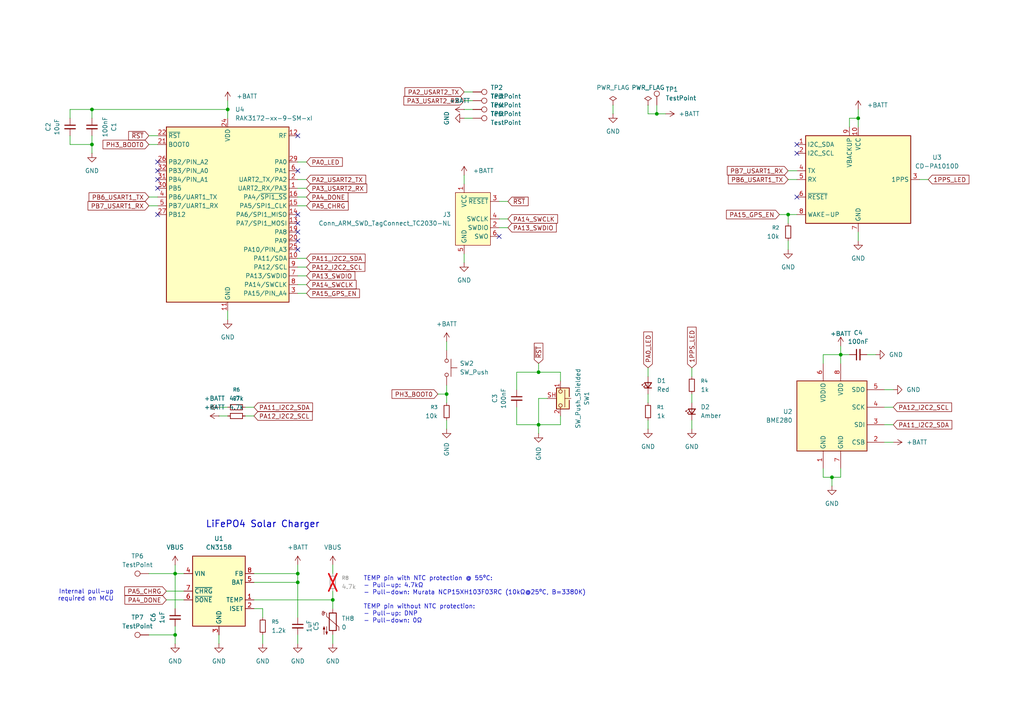
<source format=kicad_sch>
(kicad_sch (version 20250114) (generator "eeschema") (generator_version "9.0")
  (paper "A4")
  (lib_symbols
    (symbol "Battery_Management:CN3158"
      (property "Reference" "U" (at -6.604 11.684 0))
      (property "Value" "CN3158" (at 4.064 11.684 0))
      (symbol "CN3158_0_1"
        (rectangle (start -7.62 10.16) (end 7.62 -10.16) (stroke (width 0.254)) (fill (type background)))
      )
      (symbol "CN3158_1_1"
        (pin power_in line (at -10.16 5.08 0) (length 2.54) (name "VIN") (number "4"))
        (pin open_collector line (at -10.16 0 0) (length 2.54) (name "~{CHRG}") (number "7"))
        (pin open_collector line (at -10.16 -2.54 0) (length 2.54) (name "~{DONE}") (number "6"))
        (pin power_in line (at 0 -12.7 90) (length 2.54) (name "GND") (number "3"))
        (pin passive line (at 0 -12.7 90) (length 2.54) (hide yes) (name "GND") (number "9"))
        (pin input line (at 10.16 5.08 180) (length 2.54) (name "FB") (number "8"))
        (pin power_out line (at 10.16 2.54 180) (length 2.54) (name "BAT") (number "5"))
        (pin input line (at 10.16 -2.54 180) (length 2.54) (name "TEMP") (number "1"))
        (pin input line (at 10.16 -5.08 180) (length 2.54) (name "ISET") (number "2"))
      )
    )
    (symbol "Connector:Conn_ARM_SWD_TagConnect_TC2030-NL" (in_bom no)
      (property "Reference" "J" (at 2.54 11.43 0))
      (property "Value" "Conn_ARM_SWD_TagConnect_TC2030-NL" (at 2.54 8.89 0))
      (symbol "Conn_ARM_SWD_TagConnect_TC2030-NL_0_0"
        (pin power_in line (at -2.54 10.16 270) (length 2.54) (name "VCC") (number "1"))
        (pin power_in line (at -2.54 -10.16 90) (length 2.54) (name "GND") (number "5"))
        (pin open_collector line (at 7.62 5.08 180) (length 2.54) (name "~{RESET}") (number "3"))
        (pin output line (at 7.62 0 180) (length 2.54) (name "SWCLK") (number "4"))
        (pin bidirectional line (at 7.62 -2.54 180) (length 2.54) (name "SWDIO") (number "2"))
        (pin input line (at 7.62 -5.08 180) (length 2.54) (name "SWO") (number "6"))
      )
      (symbol "Conn_ARM_SWD_TagConnect_TC2030-NL_0_1"
        (rectangle (start -5.08 7.62) (end 5.08 -7.62) (fill (type background)))
      )
    )
    (symbol "Connector:TestPoint" (pin_numbers (hide yes)) (pin_names (offset 0.762) (hide yes))
      (property "Reference" "TP" (at 0 6.858 0))
      (property "Value" "TestPoint" (at 0 5.08 0))
      (symbol "TestPoint_0_1"
        (circle (center 0 3.302) (radius 0.762))
      )
      (symbol "TestPoint_1_1"
        (pin passive line (at 0 0 90) (length 2.54) (name "1") (number "1"))
      )
    )
    (symbol "Device:C_Small" (pin_numbers (hide yes)) (pin_names (offset 0.254) (hide yes))
      (property "Reference" "C" (at 0.254 1.778 0))
      (property "Value" "C_Small" (at 0.254 -2.032 0))
      (symbol "C_Small_0_1"
        (polyline (pts (xy -1.524 0.508) (xy 1.524 0.508)) (stroke (width 0.3048)))
        (polyline (pts (xy -1.524 -0.508) (xy 1.524 -0.508)) (stroke (width 0.3302)))
      )
      (symbol "C_Small_1_1"
        (pin passive line (at 0 2.54 270) (length 2.032) (name "~") (number "1"))
        (pin passive line (at 0 -2.54 90) (length 2.032) (name "~") (number "2"))
      )
    )
    (symbol "Device:LED_Small" (pin_numbers (hide yes)) (pin_names (offset 0.254) (hide yes))
      (property "Reference" "D" (at -1.27 3.175 0))
      (property "Value" "LED_Small" (at -4.445 -2.54 0))
      (symbol "LED_Small_0_1"
        (polyline (pts (xy -0.762 -1.016) (xy -0.762 1.016)) (stroke (width 0.254)))
        (polyline (pts (xy 0 0.762) (xy -0.508 1.27) (xy -0.254 1.27) (xy -0.508 1.27) (xy -0.508 1.016)))
        (polyline (pts (xy 0.508 1.27) (xy 0 1.778) (xy 0.254 1.778) (xy 0 1.778) (xy 0 1.524)))
        (polyline (pts (xy 0.762 -1.016) (xy -0.762 0) (xy 0.762 1.016) (xy 0.762 -1.016)) (stroke (width 0.254)))
        (polyline (pts (xy 1.016 0) (xy -0.762 0)))
      )
      (symbol "LED_Small_1_1"
        (pin passive line (at -2.54 0 0) (length 1.778) (name "K") (number "1"))
        (pin passive line (at 2.54 0 180) (length 1.778) (name "A") (number "2"))
      )
    )
    (symbol "Device:R_Small" (pin_numbers (hide yes)) (pin_names (offset 0.254) (hide yes))
      (property "Reference" "R" (at 0 0 90))
      (property "Value" "R_Small" (at 1.778 0 90))
      (symbol "R_Small_0_1"
        (rectangle (start -0.762 1.778) (end 0.762 -1.778) (stroke (width 0.2032)))
      )
      (symbol "R_Small_1_1"
        (pin passive line (at 0 2.54 270) (length 0.762) (name "~") (number "1"))
        (pin passive line (at 0 -2.54 90) (length 0.762) (name "~") (number "2"))
      )
    )
    (symbol "Device:Thermistor_NTC" (pin_numbers (hide yes)) (pin_names (offset 0))
      (property "Reference" "TH" (at -4.445 0 90))
      (property "Value" "Thermistor_NTC" (at 3.175 0 90))
      (symbol "Thermistor_NTC_0_1"
        (arc (start -3.175 2.413) (mid -3.0506 2.3165) (end -3.048 2.159))
        (arc (start -3.048 2.794) (mid -2.9736 2.9736) (end -2.794 3.048))
        (arc (start -2.794 3.048) (mid -2.6144 2.9736) (end -2.54 2.794))
        (arc (start -2.794 2.54) (mid -2.9736 2.6144) (end -3.048 2.794))
        (arc (start -2.794 1.905) (mid -2.9736 1.9794) (end -3.048 2.159))
        (arc (start -2.54 2.159) (mid -2.6144 1.9794) (end -2.794 1.905))
        (arc (start -2.159 2.794) (mid -2.434 2.5608) (end -2.794 2.54))
        (polyline (pts (xy -2.54 2.159) (xy -2.54 2.794)))
        (polyline (pts (xy -2.54 -3.683) (xy -2.54 -1.397) (xy -2.794 -2.159) (xy -2.286 -2.159) (xy -2.54 -1.397) (xy -2.54 -1.651)) (fill (type outline)))
        (polyline (pts (xy -1.778 2.54) (xy -1.778 1.524) (xy 1.778 -1.524) (xy 1.778 -2.54)))
        (polyline (pts (xy -1.778 -1.397) (xy -1.778 -3.683) (xy -2.032 -2.921) (xy -1.524 -2.921) (xy -1.778 -3.683) (xy -1.778 -3.429)) (fill (type outline)))
        (rectangle (start -1.016 2.54) (end 1.016 -2.54) (stroke (width 0.254)))
      )
      (symbol "Thermistor_NTC_1_1"
        (pin passive line (at 0 3.81 270) (length 1.27) (name "~") (number "1"))
        (pin passive line (at 0 -3.81 90) (length 1.27) (name "~") (number "2"))
      )
    )
    (symbol "RF_GPS:CD-PA1010D"
      (property "Reference" "U" (at -13.97 13.97 0))
      (property "Value" "CD-PA1010D" (at 8.89 13.97 0))
      (symbol "CD-PA1010D_0_1"
        (rectangle (start -15.24 12.7) (end 15.24 -12.7) (stroke (width 0.254)) (fill (type background)))
      )
      (symbol "CD-PA1010D_1_1"
        (pin bidirectional line (at -17.78 10.16 0) (length 2.54) (name "I2C_SDA") (number "1"))
        (pin input line (at -17.78 7.62 0) (length 2.54) (name "I2C_SCL") (number "2"))
        (pin output line (at -17.78 2.54 0) (length 2.54) (name "TX") (number "4"))
        (pin input line (at -17.78 0 0) (length 2.54) (name "RX") (number "5"))
        (pin input line (at -17.78 -5.08 0) (length 2.54) (name "~{RESET}") (number "6"))
        (pin input line (at -17.78 -10.16 0) (length 2.54) (name "WAKE-UP") (number "8"))
        (pin power_in line (at -2.54 15.24 270) (length 2.54) (name "VBACKUP") (number "9"))
        (pin power_in line (at 0 15.24 270) (length 2.54) (name "VCC") (number "10"))
        (pin power_in line (at 0 -15.24 90) (length 2.54) (name "GND") (number "7"))
        (pin output line (at 17.78 0 180) (length 2.54) (name "1PPS") (number "3"))
      )
    )
    (symbol "RF_Module:RAK3172-xx-9-SM-xI"
      (property "Reference" "U" (at -20.32 26.162 0))
      (property "Value" "RAK3172-xx-9-SM-xI" (at 20.32 26.162 0))
      (symbol "RAK3172-xx-9-SM-xI_0_0"
        (pin input line (at -20.32 20.32 0) (length 2.54) (name "BOOT0") (number "21"))
        (pin bidirectional line (at -20.32 7.62 0) (length 2.54) (name "PB5") (number "30"))
        (pin bidirectional line (at -20.32 0 0) (length 2.54) (name "PB12") (number "27"))
        (pin bidirectional line (at 20.32 15.24 180) (length 2.54) (name "PA0") (number "29"))
        (pin bidirectional line (at 20.32 12.7 180) (length 2.54) (name "PA1") (number "6"))
        (pin bidirectional line (at 20.32 10.16 180) (length 2.54) (name "UART2_TX/PA2") (number "2"))
        (pin bidirectional line (at 20.32 7.62 180) (length 2.54) (name "UART2_RX/PA3") (number "1"))
        (pin bidirectional line (at 20.32 -5.08 180) (length 2.54) (name "PA8") (number "19"))
        (pin bidirectional line (at 20.32 -7.62 180) (length 2.54) (name "PA9") (number "20"))
      )
      (symbol "RAK3172-xx-9-SM-xI_1_0"
        (rectangle (start -17.78 25.4) (end 17.78 -25.4) (stroke (width 0.254)) (fill (type background)))
        (pin passive line (at -20.32 22.86 0) (length 2.54) (name "~{RST}") (number "22"))
        (pin bidirectional line (at -20.32 15.24 0) (length 2.54) (name "PB2/PIN_A2") (number "26"))
        (pin bidirectional line (at -20.32 12.7 0) (length 2.54) (name "PB3/PIN_A0") (number "32"))
        (pin bidirectional line (at -20.32 10.16 0) (length 2.54) (name "PB4/PIN_A1") (number "31"))
        (pin bidirectional line (at -20.32 5.08 0) (length 2.54) (name "PB6/UART1_TX") (number "4"))
        (pin bidirectional line (at -20.32 2.54 0) (length 2.54) (name "PB7/UART1_RX") (number "5"))
        (pin power_in line (at 0 27.94 270) (length 2.54) (name "VDD") (number "24"))
        (pin power_in line (at 0 -27.94 90) (length 2.54) (name "GND") (number "11"))
        (pin passive line (at 0 -27.94 90) (length 2.54) (hide yes) (name "GND") (number "17"))
        (pin passive line (at 0 -27.94 90) (length 2.54) (hide yes) (name "GND") (number "18"))
        (pin passive line (at 0 -27.94 90) (length 2.54) (hide yes) (name "GND") (number "23"))
        (pin passive line (at 0 -27.94 90) (length 2.54) (hide yes) (name "GND") (number "28"))
        (pin passive line (at 20.32 22.86 180) (length 2.54) (name "RF") (number "12"))
        (pin bidirectional line (at 20.32 5.08 180) (length 2.54) (name "PA4/~{SPI1_SS}") (number "16"))
        (pin bidirectional line (at 20.32 2.54 180) (length 2.54) (name "PA5/SPI1_CLK") (number "15"))
        (pin bidirectional line (at 20.32 0 180) (length 2.54) (name "PA6/SPI1_MISO") (number "14"))
        (pin bidirectional line (at 20.32 -2.54 180) (length 2.54) (name "PA7/SPI1_MOSI") (number "13"))
        (pin bidirectional line (at 20.32 -10.16 180) (length 2.54) (name "PA10/PIN_A3") (number "25"))
        (pin bidirectional line (at 20.32 -12.7 180) (length 2.54) (name "PA11/SDA") (number "10"))
        (pin bidirectional line (at 20.32 -15.24 180) (length 2.54) (name "PA12/SCL") (number "9"))
        (pin bidirectional line (at 20.32 -17.78 180) (length 2.54) (name "PA13/SWDIO") (number "7"))
        (pin bidirectional line (at 20.32 -20.32 180) (length 2.54) (name "PA14/SWCLK") (number "8"))
        (pin bidirectional line (at 20.32 -22.86 180) (length 2.54) (name "PA15/PIN_A4") (number "3"))
      )
    )
    (symbol "Sensor:BME280"
      (property "Reference" "U" (at -8.89 11.43 0))
      (property "Value" "BME280" (at 7.62 11.43 0))
      (symbol "BME280_0_1"
        (rectangle (start -10.16 10.16) (end 10.16 -10.16) (stroke (width 0.254)) (fill (type background)))
      )
      (symbol "BME280_1_1"
        (pin power_in line (at -2.54 15.24 270) (length 5.08) (name "VDDIO") (number "6"))
        (pin power_in line (at -2.54 -15.24 90) (length 5.08) (name "GND") (number "1"))
        (pin power_in line (at 2.54 15.24 270) (length 5.08) (name "VDD") (number "8"))
        (pin power_in line (at 2.54 -15.24 90) (length 5.08) (name "GND") (number "7"))
        (pin bidirectional line (at 15.24 7.62 180) (length 5.08) (name "SDO") (number "5"))
        (pin input line (at 15.24 2.54 180) (length 5.08) (name "SCK") (number "4"))
        (pin bidirectional line (at 15.24 -2.54 180) (length 5.08) (name "SDI") (number "3"))
        (pin input line (at 15.24 -7.62 180) (length 5.08) (name "CSB") (number "2"))
      )
    )
    (symbol "Switch:SW_Push" (pin_numbers (hide yes)) (pin_names (offset 1.016) (hide yes))
      (property "Reference" "SW" (at 1.27 2.54 0))
      (property "Value" "SW_Push" (at 0 -1.524 0))
      (symbol "SW_Push_0_1"
        (circle (center -2.032 0) (radius 0.508))
        (polyline (pts (xy 0 1.27) (xy 0 3.048)))
        (circle (center 2.032 0) (radius 0.508))
        (polyline (pts (xy 2.54 1.27) (xy -2.54 1.27)))
        (pin passive line (at -5.08 0 0) (length 2.54) (name "1") (number "1"))
        (pin passive line (at 5.08 0 180) (length 2.54) (name "2") (number "2"))
      )
    )
    (symbol "Switch:SW_Push_Shielded" (pin_names (offset 1.016) (hide yes))
      (property "Reference" "SW" (at 4.318 2.032 0))
      (property "Value" "SW_Push_Shielded" (at 0 4.572 0))
      (symbol "SW_Push_Shielded_0_1"
        (circle (center -2.032 0) (radius 0.508))
        (polyline (pts (xy 0 1.27) (xy 0 3.048)))
        (polyline (pts (xy 0.508 2.54) (xy 3.048 2.54) (xy 3.048 -1.143) (xy -3.048 -1.143) (xy -3.048 2.54) (xy -0.508 2.54)) (stroke (width -0.0254)))
        (polyline (pts (xy 0.508 2.54) (xy 3.048 2.54) (xy 3.048 -1.143) (xy -3.048 -1.143) (xy -3.048 2.54) (xy -0.508 2.54)) (stroke (width 0.254)))
        (circle (center 2.032 0) (radius 0.508))
        (polyline (pts (xy 2.54 1.27) (xy -2.54 1.27)))
        (pin passive line (at -5.08 0 0) (length 2.54) (name "1") (number "1"))
        (pin passive line (at 5.08 0 180) (length 2.54) (name "2") (number "2"))
      )
      (symbol "SW_Push_Shielded_1_1"
        (rectangle (start -3.048 2.54) (end 3.048 -1.27) (stroke (width -0.0254)) (fill (type background)))
        (pin passive line (at 0 -3.81 90) (length 2.54) (name "B") (number "SH"))
      )
    )
    (symbol "power:+BATT" (power) (pin_numbers (hide yes)) (pin_names (offset 0) (hide yes))
      (property "Value" "+BATT" (at 0 3.556 0))
      (symbol "+BATT_0_1"
        (polyline (pts (xy -0.762 1.27) (xy 0 2.54)))
        (polyline (pts (xy 0 2.54) (xy 0.762 1.27)))
        (polyline (pts (xy 0 0) (xy 0 2.54)))
      )
      (symbol "+BATT_1_1"
        (pin power_in line (at 0 0 90) (length 0) (name "~") (number "1"))
      )
    )
    (symbol "power:GND" (power) (pin_numbers (hide yes)) (pin_names (offset 0) (hide yes))
      (property "Value" "GND" (at 0 -3.81 0))
      (symbol "GND_0_1"
        (polyline (pts (xy 0 0) (xy 0 -1.27) (xy 1.27 -1.27) (xy 0 -2.54) (xy -1.27 -1.27) (xy 0 -1.27)))
      )
      (symbol "GND_1_1"
        (pin power_in line (at 0 0 270) (length 0) (name "~") (number "1"))
      )
    )
    (symbol "power:PWR_FLAG" (power) (pin_numbers (hide yes)) (pin_names (offset 0) (hide yes))
      (property "Value" "PWR_FLAG" (at 0 3.81 0))
      (symbol "PWR_FLAG_0_0"
        (pin power_out line (at 0 0 90) (length 0) (name "~") (number "1"))
      )
      (symbol "PWR_FLAG_0_1"
        (polyline (pts (xy 0 0) (xy 0 1.27) (xy -1.016 1.905) (xy 0 2.54) (xy 1.016 1.905) (xy 0 1.27)))
      )
    )
    (symbol "power:VBUS" (power) (pin_numbers (hide yes)) (pin_names (offset 0) (hide yes))
      (property "Value" "VBUS" (at 0 3.556 0))
      (symbol "VBUS_0_1"
        (polyline (pts (xy -0.762 1.27) (xy 0 2.54)))
        (polyline (pts (xy 0 2.54) (xy 0.762 1.27)))
        (polyline (pts (xy 0 0) (xy 0 2.54)))
      )
      (symbol "VBUS_1_1"
        (pin power_in line (at 0 0 90) (length 0) (name "~") (number "1"))
      )
    )
  )
  (text "Internal pull-up\nrequired on MCU" (at 33.02 172.72 0) (effects (font (size 1.27 1.27)) (justify right)))
  (text "LiFePO4 Solar Charger" (at 76.2 152.146 0) (effects (font (size 1.905 1.905) (thickness 0.254) (bold yes))))
  (text "TEMP pin with NTC protection @ 55ºC:\n- Pull-up: 4.7kΩ\n- Pull-down: Murata NCP15XH103F03RC (10kΩ@25ºC, B=3380K)\n\nTEMP pin without NTC protection:\n- Pull-up: DNP\n- Pull-down: 0Ω" (at 105.41 173.99 0) (effects (font (size 1.27 1.27)) (justify left)))
  (junction (at 156.21 107.95))
  (junction (at 50.8 166.37))
  (junction (at 241.3 138.43))
  (junction (at 86.36 168.91))
  (junction (at 26.67 41.91))
  (junction (at 86.36 166.37))
  (junction (at 66.04 31.75))
  (junction (at 96.52 173.99))
  (junction (at 228.6 62.23))
  (junction (at 26.67 31.75))
  (junction (at 50.8 184.15))
  (junction (at 248.92 34.29))
  (junction (at 156.21 123.19))
  (junction (at 129.54 114.3))
  (junction (at 190.5 33.02))
  (junction (at 243.84 102.87))
  (no_connect (at 86.36 72.39))
  (no_connect (at 231.14 41.91))
  (no_connect (at 86.36 49.53))
  (no_connect (at 86.36 62.23))
  (no_connect (at 45.72 46.99))
  (no_connect (at 45.72 49.53))
  (no_connect (at 45.72 52.07))
  (no_connect (at 45.72 54.61))
  (no_connect (at 86.36 64.77))
  (no_connect (at 86.36 39.37))
  (no_connect (at 86.36 69.85))
  (no_connect (at 86.36 67.31))
  (no_connect (at 144.78 68.58))
  (no_connect (at 231.14 44.45))
  (no_connect (at 45.72 62.23))
  (no_connect (at 231.14 57.15))
  (wire (pts (xy 248.92 67.31) (xy 248.92 69.85)))
  (wire (pts (xy 88.9 85.09) (xy 86.36 85.09)))
  (wire (pts (xy 248.92 31.75) (xy 248.92 34.29)))
  (wire (pts (xy 256.54 113.03) (xy 259.08 113.03)))
  (wire (pts (xy 73.66 120.65) (xy 71.12 120.65)))
  (wire (pts (xy 43.18 184.15) (xy 50.8 184.15)))
  (wire (pts (xy 73.66 168.91) (xy 86.36 168.91)))
  (wire (pts (xy 200.66 106.68) (xy 200.66 109.22)))
  (wire (pts (xy 86.36 46.99) (xy 88.9 46.99)))
  (wire (pts (xy 73.66 176.53) (xy 76.2 176.53)))
  (wire (pts (xy 86.36 186.69) (xy 86.36 184.15)))
  (wire (pts (xy 187.96 30.48) (xy 187.96 33.02)))
  (wire (pts (xy 156.21 123.19) (xy 156.21 125.73)))
  (wire (pts (xy 76.2 184.15) (xy 76.2 186.69)))
  (wire (pts (xy 246.38 36.83) (xy 246.38 34.29)))
  (wire (pts (xy 200.66 114.3) (xy 200.66 116.84)))
  (wire (pts (xy 96.52 171.45) (xy 96.52 173.99)))
  (wire (pts (xy 190.5 33.02) (xy 193.04 33.02)))
  (wire (pts (xy 96.52 163.83) (xy 96.52 166.37)))
  (wire (pts (xy 129.54 124.46) (xy 129.54 121.92)))
  (wire (pts (xy 129.54 111.76) (xy 129.54 114.3)))
  (wire (pts (xy 158.75 115.57) (xy 156.21 115.57)))
  (wire (pts (xy 26.67 31.75) (xy 26.67 34.29)))
  (wire (pts (xy 20.32 31.75) (xy 26.67 31.75)))
  (wire (pts (xy 53.34 166.37) (xy 50.8 166.37)))
  (wire (pts (xy 129.54 99.06) (xy 129.54 101.6)))
  (wire (pts (xy 26.67 44.45) (xy 26.67 41.91)))
  (wire (pts (xy 243.84 102.87) (xy 238.76 102.87)))
  (wire (pts (xy 228.6 62.23) (xy 228.6 64.77)))
  (wire (pts (xy 86.36 54.61) (xy 88.9 54.61)))
  (wire (pts (xy 20.32 39.37) (xy 20.32 41.91)))
  (wire (pts (xy 88.9 77.47) (xy 86.36 77.47)))
  (wire (pts (xy 134.62 34.29) (xy 137.16 34.29)))
  (wire (pts (xy 86.36 59.69) (xy 88.9 59.69)))
  (wire (pts (xy 43.18 166.37) (xy 50.8 166.37)))
  (wire (pts (xy 43.18 59.69) (xy 45.72 59.69)))
  (wire (pts (xy 96.52 184.15) (xy 96.52 186.69)))
  (wire (pts (xy 88.9 82.55) (xy 86.36 82.55)))
  (wire (pts (xy 187.96 121.92) (xy 187.96 124.46)))
  (wire (pts (xy 147.32 58.42) (xy 144.78 58.42)))
  (wire (pts (xy 228.6 62.23) (xy 231.14 62.23)))
  (wire (pts (xy 246.38 34.29) (xy 248.92 34.29)))
  (wire (pts (xy 162.56 107.95) (xy 162.56 110.49)))
  (wire (pts (xy 86.36 57.15) (xy 88.9 57.15)))
  (wire (pts (xy 228.6 69.85) (xy 228.6 72.39)))
  (wire (pts (xy 86.36 163.83) (xy 86.36 166.37)))
  (wire (pts (xy 50.8 184.15) (xy 50.8 186.69)))
  (wire (pts (xy 238.76 138.43) (xy 241.3 138.43)))
  (wire (pts (xy 238.76 135.89) (xy 238.76 138.43)))
  (wire (pts (xy 88.9 80.01) (xy 86.36 80.01)))
  (wire (pts (xy 241.3 138.43) (xy 241.3 140.97)))
  (wire (pts (xy 187.96 106.68) (xy 187.96 109.22)))
  (wire (pts (xy 149.86 123.19) (xy 156.21 123.19)))
  (wire (pts (xy 26.67 41.91) (xy 26.67 39.37)))
  (wire (pts (xy 86.36 168.91) (xy 86.36 166.37)))
  (wire (pts (xy 66.04 92.71) (xy 66.04 90.17)))
  (wire (pts (xy 134.62 50.8) (xy 134.62 53.34)))
  (wire (pts (xy 63.5 118.11) (xy 66.04 118.11)))
  (wire (pts (xy 187.96 33.02) (xy 190.5 33.02)))
  (wire (pts (xy 241.3 138.43) (xy 243.84 138.43)))
  (wire (pts (xy 156.21 123.19) (xy 162.56 123.19)))
  (wire (pts (xy 243.84 102.87) (xy 243.84 105.41)))
  (wire (pts (xy 266.7 52.07) (xy 269.24 52.07)))
  (wire (pts (xy 20.32 34.29) (xy 20.32 31.75)))
  (wire (pts (xy 243.84 100.33) (xy 243.84 102.87)))
  (wire (pts (xy 26.67 31.75) (xy 66.04 31.75)))
  (wire (pts (xy 76.2 176.53) (xy 76.2 179.07)))
  (wire (pts (xy 251.46 102.87) (xy 254 102.87)))
  (wire (pts (xy 134.62 26.67) (xy 137.16 26.67)))
  (wire (pts (xy 50.8 166.37) (xy 50.8 176.53)))
  (wire (pts (xy 134.62 31.75) (xy 137.16 31.75)))
  (wire (pts (xy 200.66 121.92) (xy 200.66 124.46)))
  (wire (pts (xy 127 114.3) (xy 129.54 114.3)))
  (wire (pts (xy 48.26 171.45) (xy 53.34 171.45)))
  (wire (pts (xy 156.21 115.57) (xy 156.21 123.19)))
  (wire (pts (xy 43.18 39.37) (xy 45.72 39.37)))
  (wire (pts (xy 73.66 166.37) (xy 86.36 166.37)))
  (wire (pts (xy 129.54 116.84) (xy 129.54 114.3)))
  (wire (pts (xy 149.86 107.95) (xy 156.21 107.95)))
  (wire (pts (xy 50.8 184.15) (xy 50.8 181.61)))
  (wire (pts (xy 20.32 41.91) (xy 26.67 41.91)))
  (wire (pts (xy 63.5 186.69) (xy 63.5 184.15)))
  (wire (pts (xy 190.5 33.02) (xy 190.5 30.48)))
  (wire (pts (xy 256.54 128.27) (xy 259.08 128.27)))
  (wire (pts (xy 48.26 173.99) (xy 53.34 173.99)))
  (wire (pts (xy 238.76 102.87) (xy 238.76 105.41)))
  (wire (pts (xy 73.66 118.11) (xy 71.12 118.11)))
  (wire (pts (xy 86.36 74.93) (xy 88.9 74.93)))
  (wire (pts (xy 248.92 34.29) (xy 248.92 36.83)))
  (wire (pts (xy 243.84 138.43) (xy 243.84 135.89)))
  (wire (pts (xy 134.62 73.66) (xy 134.62 76.2)))
  (wire (pts (xy 50.8 163.83) (xy 50.8 166.37)))
  (wire (pts (xy 162.56 120.65) (xy 162.56 123.19)))
  (wire (pts (xy 177.8 30.48) (xy 177.8 33.02)))
  (wire (pts (xy 149.86 118.11) (xy 149.86 123.19)))
  (wire (pts (xy 147.32 66.04) (xy 144.78 66.04)))
  (wire (pts (xy 66.04 31.75) (xy 66.04 34.29)))
  (wire (pts (xy 86.36 52.07) (xy 88.9 52.07)))
  (wire (pts (xy 156.21 107.95) (xy 162.56 107.95)))
  (wire (pts (xy 149.86 113.03) (xy 149.86 107.95)))
  (wire (pts (xy 43.18 57.15) (xy 45.72 57.15)))
  (wire (pts (xy 256.54 118.11) (xy 259.08 118.11)))
  (wire (pts (xy 228.6 49.53) (xy 231.14 49.53)))
  (wire (pts (xy 256.54 123.19) (xy 259.08 123.19)))
  (wire (pts (xy 73.66 173.99) (xy 96.52 173.99)))
  (wire (pts (xy 66.04 29.21) (xy 66.04 31.75)))
  (wire (pts (xy 43.18 41.91) (xy 45.72 41.91)))
  (wire (pts (xy 187.96 114.3) (xy 187.96 116.84)))
  (wire (pts (xy 96.52 173.99) (xy 96.52 176.53)))
  (wire (pts (xy 228.6 52.07) (xy 231.14 52.07)))
  (wire (pts (xy 86.36 168.91) (xy 86.36 179.07)))
  (wire (pts (xy 243.84 102.87) (xy 246.38 102.87)))
  (wire (pts (xy 226.06 62.23) (xy 228.6 62.23)))
  (wire (pts (xy 147.32 63.5) (xy 144.78 63.5)))
  (wire (pts (xy 156.21 105.41) (xy 156.21 107.95)))
  (wire (pts (xy 63.5 120.65) (xy 66.04 120.65)))
  (wire (pts (xy 134.62 29.21) (xy 137.16 29.21)))
  (global_label "PA5_CHRG" (shape input) (at 88.9 59.69 0) (property "Intersheetrefs" "${INTERSHEET_REFS}" (effects (hide yes))))
  (global_label "PA0_LED" (shape input) (at 187.96 106.68 90) (property "Intersheetrefs" "${INTERSHEET_REFS}" (effects (hide yes))))
  (global_label "PA12_I2C2_SCL" (shape input) (at 259.08 118.11 0) (property "Intersheetrefs" "${INTERSHEET_REFS}" (effects (hide yes))))
  (global_label "PA2_USART2_TX" (shape input) (at 134.62 26.67 180) (property "Intersheetrefs" "${INTERSHEET_REFS}" (effects (hide yes))))
  (global_label "PA14_SWCLK" (shape input) (at 88.9 82.55 0) (property "Intersheetrefs" "${INTERSHEET_REFS}" (effects (hide yes))))
  (global_label "PA13_SWDIO" (shape input) (at 88.9 80.01 0) (property "Intersheetrefs" "${INTERSHEET_REFS}" (effects (hide yes))))
  (global_label "PA11_I2C2_SDA" (shape input) (at 259.08 123.19 0) (property "Intersheetrefs" "${INTERSHEET_REFS}" (effects (hide yes))))
  (global_label "PA11_I2C2_SDA" (shape input) (at 73.66 118.11 0) (property "Intersheetrefs" "${INTERSHEET_REFS}" (effects (hide yes))))
  (global_label "PA15_GPS_EN" (shape input) (at 88.9 85.09 0) (property "Intersheetrefs" "${INTERSHEET_REFS}" (effects (hide yes))))
  (global_label "PB6_USART1_TX" (shape input) (at 228.6 52.07 180) (property "Intersheetrefs" "${INTERSHEET_REFS}" (effects (hide yes))))
  (global_label "1PPS_LED" (shape input) (at 269.24 52.07 0) (property "Intersheetrefs" "${INTERSHEET_REFS}" (effects (hide yes))))
  (global_label "PA4_DONE" (shape input) (at 88.9 57.15 0) (property "Intersheetrefs" "${INTERSHEET_REFS}" (effects (hide yes))))
  (global_label "PA0_LED" (shape input) (at 88.9 46.99 0) (property "Intersheetrefs" "${INTERSHEET_REFS}" (effects (hide yes))))
  (global_label "PB7_USART1_RX" (shape input) (at 43.18 59.69 180) (property "Intersheetrefs" "${INTERSHEET_REFS}" (effects (hide yes))))
  (global_label "PH3_BOOT0" (shape input) (at 43.18 41.91 180) (property "Intersheetrefs" "${INTERSHEET_REFS}" (effects (hide yes))))
  (global_label "PB7_USART1_RX" (shape input) (at 228.6 49.53 180) (property "Intersheetrefs" "${INTERSHEET_REFS}" (effects (hide yes))))
  (global_label "PA4_DONE" (shape input) (at 48.26 173.99 180) (property "Intersheetrefs" "${INTERSHEET_REFS}" (effects (hide yes))))
  (global_label "PA14_SWCLK" (shape input) (at 147.32 63.5 0) (property "Intersheetrefs" "${INTERSHEET_REFS}" (effects (hide yes))))
  (global_label "~{RST}" (shape input) (at 156.21 105.41 90) (property "Intersheetrefs" "${INTERSHEET_REFS}" (effects (hide yes))))
  (global_label "PA3_USART2_RX" (shape input) (at 88.9 54.61 0) (property "Intersheetrefs" "${INTERSHEET_REFS}" (effects (hide yes))))
  (global_label "PA13_SWDIO" (shape input) (at 147.32 66.04 0) (property "Intersheetrefs" "${INTERSHEET_REFS}" (effects (hide yes))))
  (global_label "PA3_USART2_RX" (shape input) (at 134.62 29.21 180) (property "Intersheetrefs" "${INTERSHEET_REFS}" (effects (hide yes))))
  (global_label "PA2_USART2_TX" (shape input) (at 88.9 52.07 0) (property "Intersheetrefs" "${INTERSHEET_REFS}" (effects (hide yes))))
  (global_label "PA15_GPS_EN" (shape input) (at 226.06 62.23 180) (property "Intersheetrefs" "${INTERSHEET_REFS}" (effects (hide yes))))
  (global_label "~{RST}" (shape input) (at 147.32 58.42 0) (property "Intersheetrefs" "${INTERSHEET_REFS}" (effects (hide yes))))
  (global_label "PA11_I2C2_SDA" (shape input) (at 88.9 74.93 0) (property "Intersheetrefs" "${INTERSHEET_REFS}" (effects (hide yes))))
  (global_label "PB6_USART1_TX" (shape input) (at 43.18 57.15 180) (property "Intersheetrefs" "${INTERSHEET_REFS}" (effects (hide yes))))
  (global_label "PA12_I2C2_SCL" (shape input) (at 73.66 120.65 0) (property "Intersheetrefs" "${INTERSHEET_REFS}" (effects (hide yes))))
  (global_label "~{RST}" (shape input) (at 43.18 39.37 180) (property "Intersheetrefs" "${INTERSHEET_REFS}" (effects (hide yes))))
  (global_label "PA5_CHRG" (shape input) (at 48.26 171.45 180) (property "Intersheetrefs" "${INTERSHEET_REFS}" (effects (hide yes))))
  (global_label "1PPS_LED" (shape input) (at 200.66 106.68 90) (property "Intersheetrefs" "${INTERSHEET_REFS}" (effects (hide yes))))
  (global_label "PH3_BOOT0" (shape input) (at 127 114.3 180) (property "Intersheetrefs" "${INTERSHEET_REFS}" (effects (hide yes))))
  (global_label "PA12_I2C2_SCL" (shape input) (at 88.9 77.47 0) (property "Intersheetrefs" "${INTERSHEET_REFS}" (effects (hide yes))))
  (symbol (lib_id "power:+BATT") (at 243.84 100.33 0) (unit 1)
    (property "Reference" "#PWR021" (effects (hide yes)))
    (property "Value" "+BATT" (at 243.84 96.774 0))
    (property "Description" "Power symbol creates a global label with name \"+BATT\"" (effects (hide yes)))
  )
  (symbol (lib_id "Device:C_Small") (at 86.36 181.61 0) (unit 1)
    (property "Reference" "C5" (at 91.694 181.61 90))
    (property "Value" "1uF" (at 89.662 181.61 90))
    (property "Description" "Unpolarized capacitor, small symbol" (effects (hide yes)))
    (property "LCSC" "C52923" (effects (hide yes)))
  )
  (symbol (lib_id "power:GND") (at 241.3 140.97 0) (unit 1)
    (property "Reference" "#PWR020" (effects (hide yes)))
    (property "Value" "GND" (at 241.3 146.05 0))
    (property "Description" "Power symbol creates a global label with name \"GND\" , ground" (effects (hide yes)))
  )
  (symbol (lib_id "Connector:TestPoint") (at 137.16 31.75 270) (unit 1) (in_bom no)
    (property "Reference" "TP4" (at 142.24 30.4799 90) (effects (justify left)))
    (property "Value" "TestPoint" (at 142.24 33.0199 90) (effects (justify left)))
    (property "Footprint" "TestPoint:TestPoint_Pad_1.0x1.0mm" (effects (hide yes)))
    (property "Description" "test point" (effects (hide yes)))
  )
  (symbol (lib_id "power:+BATT") (at 193.04 33.02 270) (unit 1)
    (property "Reference" "#PWR08" (effects (hide yes)))
    (property "Value" "+BATT" (at 196.85 33.0199 90) (effects (justify left)))
    (property "Description" "Power symbol creates a global label with name \"+BATT\"" (effects (hide yes)))
  )
  (symbol (lib_id "Device:C_Small") (at 50.8 179.07 0) (mirror y) (unit 1)
    (property "Reference" "C6" (at 44.45 179.0763 90))
    (property "Value" "1uF" (at 46.99 179.0763 90))
    (property "Footprint" "Capacitor_SMD:C_0402_1005Metric" (effects (hide yes)))
    (property "Description" "Unpolarized capacitor, small symbol" (effects (hide yes)))
    (property "LCSC" "C52923" (effects (hide yes)))
  )
  (symbol (lib_id "power:GND") (at 86.36 186.69 0) (unit 1)
    (property "Reference" "#PWR012" (effects (hide yes)))
    (property "Value" "GND" (at 86.36 191.77 0))
    (property "Description" "Power symbol creates a global label with name \"GND\" , ground" (effects (hide yes)))
  )
  (symbol (lib_id "power:+BATT") (at 66.04 29.21 0) (unit 1)
    (property "Reference" "#PWR01" (effects (hide yes)))
    (property "Value" "+BATT" (at 68.58 27.9399 0) (effects (justify left)))
    (property "Description" "Power symbol creates a global label with name \"+BATT\"" (effects (hide yes)))
  )
  (symbol (lib_id "Device:R_Small") (at 200.66 111.76 0) (unit 1)
    (property "Reference" "R4" (at 203.2 110.4899 0) (effects (font (size 1.016 1.016)) (justify left)))
    (property "Value" "1k" (at 203.2 113.0299 0) (effects (justify left)))
    (property "Footprint" "Resistor_SMD:R_0402_1005Metric" (effects (hide yes)))
    (property "Description" "Resistor, small symbol" (effects (hide yes)))
    (property "LCSC" "C11702" (effects (hide yes)))
  )
  (symbol (lib_id "Device:R_Small") (at 68.58 118.11 90) (unit 1)
    (property "Reference" "R6" (at 68.58 113.03 90) (effects (font (size 1.016 1.016))))
    (property "Value" "4.7k" (at 68.58 115.57 90))
    (property "Footprint" "Resistor_SMD:R_0402_1005Metric" (effects (hide yes)))
    (property "Description" "Resistor, small symbol" (effects (hide yes)))
    (property "LCSC" "C25900" (effects (hide yes)))
  )
  (symbol (lib_id "Device:R_Small") (at 96.52 168.91 0) (unit 1) (in_bom no) (dnp yes)
    (property "Reference" "R8" (at 99.06 167.6399 0) (effects (font (size 1.016 1.016)) (justify left)))
    (property "Value" "4.7k" (at 99.06 170.1799 0) (effects (justify left)))
    (property "Footprint" "Resistor_SMD:R_0402_1005Metric" (effects (hide yes)))
    (property "Description" "Resistor, small symbol" (effects (hide yes)))
    (property "LCSC" "C25900" (effects (hide yes)))
  )
  (symbol (lib_id "Device:C_Small") (at 26.67 36.83 0) (unit 1)
    (property "Reference" "C1" (at 33.02 36.8363 90))
    (property "Value" "100nF" (at 30.48 36.8363 90))
    (property "Footprint" "Capacitor_SMD:C_0402_1005Metric" (effects (hide yes)))
    (property "Description" "Unpolarized capacitor, small symbol" (effects (hide yes)))
    (property "LCSC" "C1525" (effects (hide yes)))
  )
  (symbol (lib_id "Device:LED_Small") (at 187.96 111.76 90) (unit 1)
    (property "Reference" "D1" (at 190.5 110.4264 90) (effects (justify right)))
    (property "Value" "Red" (at 190.5 112.9664 90) (effects (justify right)))
    (property "Footprint" "LED_SMD:LED_0603_1608Metric" (effects (hide yes)))
    (property "Description" "Light emitting diode, small symbol" (effects (hide yes)))
    (property "Sim.Pin" "1=K 2=A" (effects (hide yes)))
    (property "LCSC" "C2286" (effects (hide yes)))
  )
  (symbol (lib_id "power:+BATT") (at 134.62 50.8 0) (unit 1)
    (property "Reference" "#PWR047" (effects (hide yes)))
    (property "Value" "+BATT" (at 137.16 49.5299 0) (effects (justify left)))
    (property "Description" "Power symbol creates a global label with name \"+BATT\"" (effects (hide yes)))
  )
  (symbol (lib_id "Connector:TestPoint") (at 43.18 184.15 90) (unit 1) (in_bom no)
    (property "Reference" "TP7" (at 39.878 179.07 90))
    (property "Value" "TestPoint" (at 39.878 181.61 90))
    (property "Footprint" "TestPoint:TestPoint_Pad_D1.0mm" (effects (hide yes)))
    (property "Description" "test point" (effects (hide yes)))
  )
  (symbol (lib_id "power:GND") (at 50.8 186.69 0) (unit 1)
    (property "Reference" "#PWR027" (effects (hide yes)))
    (property "Value" "GND" (at 50.8 191.77 0))
    (property "Description" "Power symbol creates a global label with name \"GND\" , ground" (effects (hide yes)))
  )
  (symbol (lib_id "power:GND") (at 134.62 34.29 270) (unit 1)
    (property "Reference" "#PWR016" (effects (hide yes)))
    (property "Value" "GND" (at 129.54 34.29 0))
    (property "Description" "Power symbol creates a global label with name \"GND\" , ground" (effects (hide yes)))
  )
  (symbol (lib_id "power:GND") (at 96.52 186.69 0) (unit 1)
    (property "Reference" "#PWR014" (effects (hide yes)))
    (property "Value" "GND" (at 96.52 191.77 0))
    (property "Description" "Power symbol creates a global label with name \"GND\" , ground" (effects (hide yes)))
  )
  (symbol (lib_id "Sensor:BME280") (at 241.3 120.65 0) (unit 1)
    (property "Reference" "U2" (at 229.87 119.3799 0) (effects (justify right)))
    (property "Value" "BME280" (at 229.87 121.9199 0) (effects (justify right)))
    (property "Footprint" "Package_LGA:Bosch_LGA-8_2.5x2.5mm_P0.65mm_ClockwisePinNumbering" (effects (hide yes)))
    (property "Datasheet" "https://www.bosch-sensortec.com/media/boschsensortec/downloads/datasheets/bst-bme280-ds002.pdf" (effects (hide yes)))
    (property "Description" "3-in-1 sensor, humidity, pressure, temperature, I2C and SPI interface, 1.71-3.6V, LGA-8" (effects (hide yes)))
    (property "LCSC" "C92489" (effects (hide yes)))
  )
  (symbol (lib_id "power:GND") (at 254 102.87 90) (unit 1)
    (property "Reference" "#PWR022" (effects (hide yes)))
    (property "Value" "GND" (at 257.81 102.8701 90) (effects (justify right)))
    (property "Description" "Power symbol creates a global label with name \"GND\" , ground" (effects (hide yes)))
  )
  (symbol (lib_id "power:PWR_FLAG") (at 177.8 30.48 0) (unit 1)
    (property "Reference" "#FLG02" (effects (hide yes)))
    (property "Value" "PWR_FLAG" (at 177.8 25.4 0))
    (property "Description" "Special symbol for telling ERC where power comes from" (effects (hide yes)))
  )
  (symbol (lib_id "power:+BATT") (at 63.5 120.65 90) (unit 1)
    (property "Reference" "#PWR024" (effects (hide yes)))
    (property "Value" "+BATT" (at 62.23 118.11 90))
    (property "Description" "Power symbol creates a global label with name \"+BATT\"" (effects (hide yes)))
  )
  (symbol (lib_id "Switch:SW_Push") (at 129.54 106.68 270) (unit 1)
    (property "Reference" "SW2" (at 133.35 105.4099 90) (effects (justify left)))
    (property "Value" "SW_Push" (at 133.35 107.9499 90) (effects (justify left)))
    (property "Footprint" "Button_Switch_SMD:SW_SPST_TS-1088-xR020" (effects (hide yes)))
    (property "Description" "Push button switch, generic, two pins" (effects (hide yes)))
    (property "LCSC" "C720477" (effects (hide yes)))
  )
  (symbol (lib_id "Device:C_Small") (at 149.86 115.57 0) (mirror y) (unit 1)
    (property "Reference" "C3" (at 143.51 115.5763 90))
    (property "Value" "100nF" (at 146.05 115.5763 90))
    (property "Footprint" "Capacitor_SMD:C_0402_1005Metric" (effects (hide yes)))
    (property "Description" "Unpolarized capacitor, small symbol" (effects (hide yes)))
    (property "LCSC" "C1525" (effects (hide yes)))
  )
  (symbol (lib_id "power:GND") (at 187.96 124.46 0) (unit 1)
    (property "Reference" "#PWR05" (effects (hide yes)))
    (property "Value" "GND" (at 187.96 129.54 0))
    (property "Description" "Power symbol creates a global label with name \"GND\" , ground" (effects (hide yes)))
  )
  (symbol (lib_id "power:GND") (at 228.6 72.39 0) (unit 1)
    (property "Reference" "#PWR06" (effects (hide yes)))
    (property "Value" "GND" (at 228.6 77.47 0))
    (property "Description" "Power symbol creates a global label with name \"GND\" , ground" (effects (hide yes)))
  )
  (symbol (lib_id "Device:LED_Small") (at 200.66 119.38 90) (unit 1)
    (property "Reference" "D2" (at 203.2 118.0464 90) (effects (justify right)))
    (property "Value" "Amber" (at 203.2 120.5864 90) (effects (justify right)))
    (property "Footprint" "LED_SMD:LED_0603_1608Metric" (effects (hide yes)))
    (property "Description" "Light emitting diode, small symbol" (effects (hide yes)))
    (property "Sim.Pin" "1=K 2=A" (effects (hide yes)))
    (property "LCSC" "C89811" (effects (hide yes)))
  )
  (symbol (lib_id "Device:Thermistor_NTC") (at 96.52 180.34 0) (unit 1)
    (property "Reference" "TH8" (at 99.06 179.3874 0) (effects (justify left)))
    (property "Value" "0" (at 99.06 181.9274 0) (effects (justify left)))
    (property "Footprint" "Resistor_SMD:R_0402_1005Metric" (effects (hide yes)))
    (property "Description" "Temperature dependent resistor, negative temperature coefficient" (effects (hide yes)))
    (property "LCSC" "C17168" (effects (hide yes)))
  )
  (symbol (lib_id "Device:C_Small") (at 20.32 36.83 0) (mirror y) (unit 1)
    (property "Reference" "C2" (at 13.97 36.8363 90))
    (property "Value" "10uF" (at 16.51 36.8363 90))
    (property "Footprint" "Capacitor_SMD:C_0402_1005Metric" (effects (hide yes)))
    (property "Description" "Unpolarized capacitor, small symbol" (effects (hide yes)))
    (property "LCSC" "C15525" (effects (hide yes)))
  )
  (symbol (lib_id "power:VBUS") (at 96.52 163.83 0) (unit 1)
    (property "Reference" "#PWR030" (effects (hide yes)))
    (property "Value" "VBUS" (at 96.52 158.75 0))
    (property "Description" "Power symbol creates a global label with name \"VBUS\"" (effects (hide yes)))
  )
  (symbol (lib_id "power:GND") (at 156.21 125.73 0) (unit 1)
    (property "Reference" "#PWR03" (effects (hide yes)))
    (property "Value" "GND" (at 156.2101 129.54 90) (effects (justify right)))
    (property "Description" "Power symbol creates a global label with name \"GND\" , ground" (effects (hide yes)))
  )
  (symbol (lib_id "power:+BATT") (at 259.08 128.27 270) (unit 1)
    (property "Reference" "#PWR026" (effects (hide yes)))
    (property "Value" "+BATT" (at 262.89 128.2699 90) (effects (justify left)))
    (property "Description" "Power symbol creates a global label with name \"+BATT\"" (effects (hide yes)))
  )
  (symbol (lib_id "power:GND") (at 129.54 124.46 0) (unit 1)
    (property "Reference" "#PWR010" (effects (hide yes)))
    (property "Value" "GND" (at 129.5401 128.27 90) (effects (justify right)))
    (property "Description" "Power symbol creates a global label with name \"GND\" , ground" (effects (hide yes)))
  )
  (symbol (lib_id "Connector:TestPoint") (at 137.16 26.67 270) (unit 1) (in_bom no)
    (property "Reference" "TP2" (at 142.24 25.3999 90) (effects (justify left)))
    (property "Value" "TestPoint" (at 142.24 27.9399 90) (effects (justify left)))
    (property "Footprint" "TestPoint:TestPoint_Pad_D1.0mm" (effects (hide yes)))
    (property "Description" "test point" (effects (hide yes)))
  )
  (symbol (lib_id "Device:R_Small") (at 187.96 119.38 0) (unit 1)
    (property "Reference" "R1" (at 190.5 118.1099 0) (effects (font (size 1.016 1.016)) (justify left)))
    (property "Value" "1k" (at 190.5 120.6499 0) (effects (justify left)))
    (property "Footprint" "Resistor_SMD:R_0402_1005Metric" (effects (hide yes)))
    (property "Description" "Resistor, small symbol" (effects (hide yes)))
    (property "LCSC" "C11702" (effects (hide yes)))
  )
  (symbol (lib_id "Switch:SW_Push_Shielded") (at 162.56 115.57 270) (unit 1)
    (property "Reference" "SW1" (at 170.18 115.57 0))
    (property "Value" "SW_Push_Shielded" (at 167.64 115.57 0))
    (property "Footprint" "Button_Switch_SMD:SW_SPST_Shouhan_TS24CA" (effects (hide yes)))
    (property "Description" "Generic push-button switch, two contact pins and shield pin(s)" (effects (hide yes)))
    (property "LCSC" "C5373430" (effects (hide yes)))
  )
  (symbol (lib_id "RF_GPS:CD-PA1010D") (at 248.92 52.07 0) (unit 1)
    (property "Reference" "U3" (at 271.78 45.6498 0))
    (property "Value" "CD-PA1010D" (at 271.78 48.1898 0))
    (property "Footprint" "RF_GPS:CDTop_CD-PA1010" (effects (hide yes)))
    (property "Datasheet" "https://cdn-learn.adafruit.com/assets/assets/000/084/295/original/CD_PA1010D_Datasheet_v.03.pdf" (effects (hide yes)))
    (property "Description" "GPS/GLONASS/GALILEO receiver, 33 tracking/99 acquisition-channel" (effects (hide yes)))
    (property "LCSC" "C9900050424" (effects (hide yes)))
  )
  (symbol (lib_id "Connector:TestPoint") (at 137.16 29.21 270) (unit 1) (in_bom no)
    (property "Reference" "TP3" (at 142.24 27.9399 90) (effects (justify left)))
    (property "Value" "TestPoint" (at 142.24 30.4799 90) (effects (justify left)))
    (property "Footprint" "TestPoint:TestPoint_Pad_D1.0mm" (effects (hide yes)))
    (property "Description" "test point" (effects (hide yes)))
  )
  (symbol (lib_id "power:GND") (at 76.2 186.69 0) (unit 1)
    (property "Reference" "#PWR028" (effects (hide yes)))
    (property "Value" "GND" (at 76.2 191.77 0))
    (property "Description" "Power symbol creates a global label with name \"GND\" , ground" (effects (hide yes)))
  )
  (symbol (lib_id "power:GND") (at 66.04 92.71 0) (unit 1)
    (property "Reference" "#PWR02" (effects (hide yes)))
    (property "Value" "GND" (at 66.04 97.79 0))
    (property "Description" "Power symbol creates a global label with name \"GND\" , ground" (effects (hide yes)))
  )
  (symbol (lib_id "RF_Module:RAK3172-xx-9-SM-xI") (at 66.04 62.23 0) (unit 1)
    (property "Reference" "U4" (at 68.1833 31.75 0) (effects (justify left)))
    (property "Value" "RAK3172-xx-9-SM-xI" (at 68.1833 34.29 0) (effects (justify left)))
    (property "Footprint" "RF_Module:RAK3172" (effects (hide yes)))
    (property "Datasheet" "https://docs.rakwireless.com/product-categories/wisduo/rak3172-module/datasheet" (effects (hide yes)))
    (property "Description" "LoRa Module, STM32WLE5, US915/AU915/KR920/AS923, RAKwireless" (effects (hide yes)))
    (property "LCSC" "C19723909" (effects (hide yes)))
  )
  (symbol (lib_id "power:+BATT") (at 248.92 31.75 0) (unit 1)
    (property "Reference" "#PWR04" (effects (hide yes)))
    (property "Value" "+BATT" (at 251.46 30.4799 0) (effects (justify left)))
    (property "Description" "Power symbol creates a global label with name \"+BATT\"" (effects (hide yes)))
  )
  (symbol (lib_id "Device:R_Small") (at 129.54 119.38 0) (mirror x) (unit 1)
    (property "Reference" "R3" (at 127 118.1099 0) (effects (font (size 1.016 1.016)) (justify right)))
    (property "Value" "10k" (at 127 120.6499 0) (effects (justify right)))
    (property "Footprint" "Resistor_SMD:R_0402_1005Metric" (effects (hide yes)))
    (property "Description" "Resistor, small symbol" (effects (hide yes)))
    (property "LCSC" "C25744" (effects (hide yes)))
  )
  (symbol (lib_id "Connector:Conn_ARM_SWD_TagConnect_TC2030-NL") (at 137.16 63.5 0) (unit 1) (in_bom no)
    (property "Reference" "J3" (at 130.81 62.2299 0) (effects (justify right)))
    (property "Value" "Conn_ARM_SWD_TagConnect_TC2030-NL" (at 130.81 64.7699 0) (effects (justify right)))
    (property "Footprint" "Connector:Tag-Connect_TC2030-IDC-NL_2x03_P1.27mm_Vertical" (effects (hide yes)))
    (property "Datasheet" "https://www.tag-connect.com/wp-content/uploads/bsk-pdf-manager/TC2030-CTX_1.pdf" (effects (hide yes)))
    (property "Description" "Tag-Connect ARM Cortex SWD JTAG connector, 6 pin, no legs" (effects (hide yes)))
  )
  (symbol (lib_id "Device:R_Small") (at 68.58 120.65 90) (mirror x) (unit 1)
    (property "Reference" "R7" (at 68.58 115.57 90) (effects (font (size 1.016 1.016))))
    (property "Value" "4.7k" (at 68.58 118.11 90))
    (property "Footprint" "Resistor_SMD:R_0402_1005Metric" (effects (hide yes)))
    (property "Description" "Resistor, small symbol" (effects (hide yes)))
    (property "LCSC" "C25900" (effects (hide yes)))
  )
  (symbol (lib_id "power:VBUS") (at 50.8 163.83 0) (unit 1)
    (property "Reference" "#PWR029" (effects (hide yes)))
    (property "Value" "VBUS" (at 50.8 158.75 0))
    (property "Description" "Power symbol creates a global label with name \"VBUS\"" (effects (hide yes)))
  )
  (symbol (lib_id "power:+BATT") (at 63.5 118.11 90) (unit 1)
    (property "Reference" "#PWR023" (effects (hide yes)))
    (property "Value" "+BATT" (at 62.23 115.57 90))
    (property "Description" "Power symbol creates a global label with name \"+BATT\"" (effects (hide yes)))
  )
  (symbol (lib_id "power:PWR_FLAG") (at 187.96 30.48 0) (unit 1)
    (property "Reference" "#FLG01" (effects (hide yes)))
    (property "Value" "PWR_FLAG" (at 187.96 25.4 0))
    (property "Description" "Special symbol for telling ERC where power comes from" (effects (hide yes)))
  )
  (symbol (lib_id "power:GND") (at 26.67 44.45 0) (unit 1)
    (property "Reference" "#PWR09" (effects (hide yes)))
    (property "Value" "GND" (at 26.67 49.53 0))
    (property "Description" "Power symbol creates a global label with name \"GND\" , ground" (effects (hide yes)))
  )
  (symbol (lib_id "Battery_Management:CN3158") (at 63.5 171.45 0) (unit 1)
    (property "Reference" "U1" (at 63.5 156.21 0))
    (property "Value" "CN3158" (at 63.5 158.75 0))
    (property "Footprint" "Package_SO:SOIC-8-1EP_3.9x4.9mm_P1.27mm_EP2.41x3.3mm_ThermalVias" (effects (hide yes)))
    (property "Datasheet" "http://www.consonance-elec.com/en/static/upload/file/20220425/1650867483177475.pdf" (effects (hide yes)))
    (property "Description" "LiFePO4 Battery Charger for Solar-Powered System, 1A, SOIC-8-1EP" (effects (hide yes)))
    (property "LCSC" "C559032" (effects (hide yes)))
  )
  (symbol (lib_id "Device:C_Small") (at 248.92 102.87 90) (unit 1)
    (property "Reference" "C4" (at 248.9263 96.52 90))
    (property "Value" "100nF" (at 248.9263 99.06 90))
    (property "Footprint" "Capacitor_SMD:C_0402_1005Metric" (effects (hide yes)))
    (property "Description" "Unpolarized capacitor, small symbol" (effects (hide yes)))
    (property "LCSC" "C1525" (effects (hide yes)))
  )
  (symbol (lib_id "power:GND") (at 63.5 186.69 0) (unit 1)
    (property "Reference" "#PWR018" (effects (hide yes)))
    (property "Value" "GND" (at 63.5 191.77 0))
    (property "Description" "Power symbol creates a global label with name \"GND\" , ground" (effects (hide yes)))
  )
  (symbol (lib_id "power:GND") (at 177.8 33.02 0) (unit 1)
    (property "Reference" "#PWR017" (effects (hide yes)))
    (property "Value" "GND" (at 177.8 38.1 0))
    (property "Description" "Power symbol creates a global label with name \"GND\" , ground" (effects (hide yes)))
  )
  (symbol (lib_id "power:+BATT") (at 86.36 163.83 0) (unit 1)
    (property "Reference" "#PWR019" (effects (hide yes)))
    (property "Value" "+BATT" (at 86.36 158.75 0))
    (property "Description" "Power symbol creates a global label with name \"+BATT\"" (effects (hide yes)))
  )
  (symbol (lib_id "power:GND") (at 200.66 124.46 0) (unit 1)
    (property "Reference" "#PWR015" (effects (hide yes)))
    (property "Value" "GND" (at 200.66 129.54 0))
    (property "Description" "Power symbol creates a global label with name \"GND\" , ground" (effects (hide yes)))
  )
  (symbol (lib_id "Connector:TestPoint") (at 190.5 30.48 0) (unit 1) (in_bom no)
    (property "Reference" "TP1" (at 193.04 25.9079 0) (effects (justify left)))
    (property "Value" "TestPoint" (at 193.04 28.4479 0) (effects (justify left)))
    (property "Footprint" "TestPoint:TestPoint_Pad_D4.0mm" (effects (hide yes)))
    (property "Description" "test point" (effects (hide yes)))
  )
  (symbol (lib_id "Connector:TestPoint") (at 137.16 34.29 270) (unit 1) (in_bom no)
    (property "Reference" "TP5" (at 142.24 33.0199 90) (effects (justify left)))
    (property "Value" "TestPoint" (at 142.24 35.5599 90) (effects (justify left)))
    (property "Footprint" "TestPoint:TestPoint_Pad_D1.0mm" (effects (hide yes)))
    (property "Description" "test point" (effects (hide yes)))
  )
  (symbol (lib_id "power:+BATT") (at 129.54 99.06 0) (unit 1)
    (property "Reference" "#PWR011" (effects (hide yes)))
    (property "Value" "+BATT" (at 129.54 93.98 0))
    (property "Description" "Power symbol creates a global label with name \"+BATT\"" (effects (hide yes)))
  )
  (symbol (lib_id "power:+BATT") (at 134.62 31.75 90) (unit 1)
    (property "Reference" "#PWR013" (effects (hide yes)))
    (property "Value" "+BATT" (at 133.35 29.21 90))
    (property "Description" "Power symbol creates a global label with name \"+BATT\"" (effects (hide yes)))
  )
  (symbol (lib_id "power:GND") (at 248.92 69.85 0) (unit 1)
    (property "Reference" "#PWR07" (effects (hide yes)))
    (property "Value" "GND" (at 248.92 74.93 0))
    (property "Description" "Power symbol creates a global label with name \"GND\" , ground" (effects (hide yes)))
  )
  (symbol (lib_id "Connector:TestPoint") (at 43.18 166.37 90) (unit 1) (in_bom no)
    (property "Reference" "TP6" (at 39.878 161.29 90))
    (property "Value" "TestPoint" (at 39.878 163.83 90))
    (property "Footprint" "TestPoint:TestPoint_Pad_1.0x1.0mm" (effects (hide yes)))
    (property "Description" "test point" (effects (hide yes)))
  )
  (symbol (lib_id "Device:R_Small") (at 228.6 67.31 0) (mirror x) (unit 1)
    (property "Reference" "R2" (at 226.06 66.0399 0) (effects (font (size 1.016 1.016)) (justify right)))
    (property "Value" "10k" (at 226.06 68.5799 0) (effects (justify right)))
    (property "Footprint" "Resistor_SMD:R_0402_1005Metric" (effects (hide yes)))
    (property "Description" "Resistor, small symbol" (effects (hide yes)))
    (property "LCSC" "C25744" (effects (hide yes)))
  )
  (symbol (lib_id "power:GND") (at 259.08 113.03 90) (unit 1)
    (property "Reference" "#PWR025" (effects (hide yes)))
    (property "Value" "GND" (at 262.89 113.0299 90) (effects (justify right)))
    (property "Description" "Power symbol creates a global label with name \"GND\" , ground" (effects (hide yes)))
  )
  (symbol (lib_id "Device:R_Small") (at 76.2 181.61 0) (unit 1)
    (property "Reference" "R5" (at 78.74 180.3399 0) (effects (font (size 1.016 1.016)) (justify left)))
    (property "Value" "1.2k" (at 78.74 182.8799 0) (effects (justify left)))
    (property "Footprint" "Resistor_SMD:R_0402_1005Metric" (effects (hide yes)))
    (property "Description" "Resistor, small symbol" (effects (hide yes)))
    (property "LCSC" "C25862" (effects (hide yes)))
  )
  (symbol (lib_id "power:GND") (at 134.62 76.2 0) (unit 1)
    (property "Reference" "#PWR048" (effects (hide yes)))
    (property "Value" "GND" (at 134.62 81.28 0))
    (property "Description" "Power symbol creates a global label with name \"GND\" , ground" (effects (hide yes)))
  )
)
</source>
